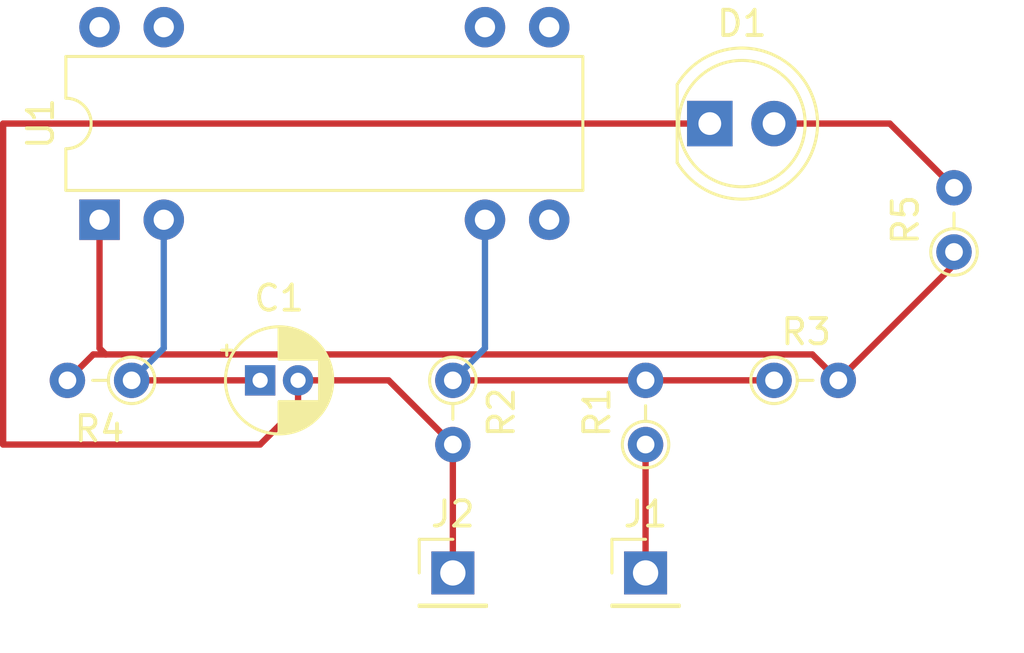
<source format=kicad_pcb>
(kicad_pcb (version 20211014) (generator pcbnew)
  (layers (0 "F.Cu" signal) (31 "B.Cu" signal) (34 "B.Paste" user) (35 "F.Paste" user) (36 "B.SilkS" user "B.Silkscreen") (37 "F.SilkS" user "F.Silkscreen") (38 "B.Mask" user) (39 "F.Mask" user) (44 "Edge.Cuts" user))
  (net 0 "")
  (net 1 "Net-(C1-Pad1)")
  (net 2 "GND")
  (net 3 "Net-(D1-Pad2)")
  (net 4 "+5V")
  (net 5 "Net-(R1-Pad2)")
  (net 6 "Net-(R3-Pad2)")
  (footprint "Connector_PinHeader_2.54mm:PinHeader_1x01_P2.54mm_Vertical" (layer "F.Cu") (at 137.16 81.28)
    (fp_text reference "J2" (at 0 -2.33) (layer "F.SilkS"))
    (fp_text value "Conn_01x01_Male")
    (fp_line (start -1.33 1.27) (end -1.33 1.33) (layer "F.SilkS") (width 0.12))
    (fp_line (start 1.33 1.27) (end 1.33 1.33) (layer "F.SilkS") (width 0.12))
    (fp_line (start -1.33 1.33) (end 1.33 1.33) (layer "F.SilkS") (width 0.12))
    (fp_line (start -1.33 -1.33) (end 0 -1.33) (layer "F.SilkS") (width 0.12))
    (fp_line (start -1.33 0) (end -1.33 -1.33) (layer "F.SilkS") (width 0.12))
    (fp_line (start -1.33 1.27) (end 1.33 1.27) (layer "F.SilkS") (width 0.12))
    (pad "1" thru_hole rect (at 0 0) (size 1.7 1.7) (drill 1) (layers *.Cu *.Mask) (net 2 "GND"))
  )
  (footprint "Resistor_THT:R_Axial_DIN0204_L3.6mm_D1.6mm_P2.54mm_Vertical" (layer "F.Cu") (at 156.975199 68.58 90)
    (fp_text reference "R5" (at 1.27 -1.92 90) (layer "F.SilkS"))
    (fp_text value "220k")
    (fp_line (start 0.92 0) (end 1.54 0) (layer "F.SilkS") (width 0.12))
    (fp_circle (center 0 0) (end 0.92 0) (layer "F.SilkS") (width 0.12) (fill none))
    (pad "1" thru_hole circle (at 0 0 90) (size 1.4 1.4) (drill 0.7) (layers *.Cu *.Mask) (net 6 "Net-(R3-Pad2)"))
    (pad "2" thru_hole oval (at 2.54 0 90) (size 1.4 1.4) (drill 0.7) (layers *.Cu *.Mask) (net 3 "Net-(D1-Pad2)"))
  )
  (footprint "Package_DIP:DIP-8-16_W7.62mm" (layer "F.Cu") (at 123.19 67.305 90)
    (fp_text reference "U1" (at 3.81 -2.33 90) (layer "F.SilkS"))
    (fp_text value "LM358")
    (fp_line (start 1.16 -1.33) (end 1.16 19.11) (layer "F.SilkS") (width 0.12))
    (fp_line (start 6.46 -1.33) (end 4.81 -1.33) (layer "F.SilkS") (width 0.12))
    (fp_line (start 6.46 19.11) (end 6.46 -1.33) (layer "F.SilkS") (width 0.12))
    (fp_line (start 2.81 -1.33) (end 1.16 -1.33) (layer "F.SilkS") (width 0.12))
    (fp_line (start 1.16 19.11) (end 6.46 19.11) (layer "F.SilkS") (width 0.12))
    (fp_arc (start 4.81 -1.33) (mid 3.81 -0.33) (end 2.81 -1.33) (layer "F.SilkS") (width 0.12))
    (pad "1" thru_hole rect (at 0 0 90) (size 1.6 1.6) (drill 0.8) (layers *.Cu *.Mask) (net 6 "Net-(R3-Pad2)"))
    (pad "2" thru_hole circle (at 0 2.54 90) (size 1.6 1.6) (drill 0.8) (layers *.Cu *.Mask) (net 1 "Net-(C1-Pad1)"))
    (pad "3" thru_hole circle (at 0 15.24 90) (size 1.6 1.6) (drill 0.8) (layers *.Cu *.Mask) (net 5 "Net-(R1-Pad2)"))
    (pad "4" thru_hole circle (at 0 17.78 90) (size 1.6 1.6) (drill 0.8) (layers *.Cu *.Mask))
    (pad "5" thru_hole circle (at 7.62 17.78 90) (size 1.6 1.6) (drill 0.8) (layers *.Cu *.Mask))
    (pad "6" thru_hole circle (at 7.62 15.24 90) (size 1.6 1.6) (drill 0.8) (layers *.Cu *.Mask))
    (pad "7" thru_hole circle (at 7.62 2.54 90) (size 1.6 1.6) (drill 0.8) (layers *.Cu *.Mask))
    (pad "8" thru_hole circle (at 7.62 0 90) (size 1.6 1.6) (drill 0.8) (layers *.Cu *.Mask))
  )
  (footprint "LED_THT:LED_D5.0mm" (layer "F.Cu") (at 147.32 63.5)
    (fp_text reference "D1" (at 1.27 -3.96) (layer "F.SilkS"))
    (fp_text value "LED")
    (fp_line (start -1.29 -1.545) (end -1.29 1.545) (layer "F.SilkS") (width 0.12))
    (fp_arc (start -1.29 -1.54483) (mid 2.072002 -2.880433) (end 4.26 0.000462) (layer "F.SilkS") (width 0.12))
    (fp_arc (start 4.26 -0.000462) (mid 2.072002 2.880433) (end -1.29 1.54483) (layer "F.SilkS") (width 0.12))
    (fp_circle (center 1.27 0) (end 3.77 0) (layer "F.SilkS") (width 0.12) (fill none))
    (pad "1" thru_hole rect (at 0 0) (size 1.8 1.8) (drill 0.9) (layers *.Cu *.Mask) (net 2 "GND"))
    (pad "2" thru_hole circle (at 2.54 0) (size 1.8 1.8) (drill 0.9) (layers *.Cu *.Mask) (net 3 "Net-(D1-Pad2)"))
  )
  (footprint "Resistor_THT:R_Axial_DIN0204_L3.6mm_D1.6mm_P2.54mm_Vertical" (layer "F.Cu") (at 149.86 73.66)
    (fp_text reference "R3" (at 1.27 -1.92) (layer "F.SilkS"))
    (fp_text value "10k")
    (fp_line (start 0.92 0) (end 1.54 0) (layer "F.SilkS") (width 0.12))
    (fp_circle (center 0 0) (end 0.92 0) (layer "F.SilkS") (width 0.12) (fill none))
    (pad "1" thru_hole circle (at 0 0) (size 1.4 1.4) (drill 0.7) (layers *.Cu *.Mask) (net 5 "Net-(R1-Pad2)"))
    (pad "2" thru_hole oval (at 2.54 0) (size 1.4 1.4) (drill 0.7) (layers *.Cu *.Mask) (net 6 "Net-(R3-Pad2)"))
  )
  (footprint "Resistor_THT:R_Axial_DIN0204_L3.6mm_D1.6mm_P2.54mm_Vertical" (layer "F.Cu") (at 124.46 73.66 180)
    (fp_text reference "R4" (at 1.27 -1.92) (layer "F.SilkS"))
    (fp_text value "100k")
    (fp_line (start 0.92 0) (end 1.54 0) (layer "F.SilkS") (width 0.12))
    (fp_circle (center 0 0) (end 0.92 0) (layer "F.SilkS") (width 0.12) (fill none))
    (pad "1" thru_hole circle (at 0 0 180) (size 1.4 1.4) (drill 0.7) (layers *.Cu *.Mask) (net 1 "Net-(C1-Pad1)"))
    (pad "2" thru_hole oval (at 2.54 0 180) (size 1.4 1.4) (drill 0.7) (layers *.Cu *.Mask) (net 6 "Net-(R3-Pad2)"))
  )
  (footprint "Resistor_THT:R_Axial_DIN0204_L3.6mm_D1.6mm_P2.54mm_Vertical" (layer "F.Cu") (at 144.78 76.2 90)
    (fp_text reference "R1" (at 1.27 -1.92 90) (layer "F.SilkS"))
    (fp_text value "10k")
    (fp_line (start 0.92 0) (end 1.54 0) (layer "F.SilkS") (width 0.12))
    (fp_circle (center 0 0) (end 0.92 0) (layer "F.SilkS") (width 0.12) (fill none))
    (pad "1" thru_hole circle (at 0 0 90) (size 1.4 1.4) (drill 0.7) (layers *.Cu *.Mask) (net 4 "+5V"))
    (pad "2" thru_hole oval (at 2.54 0 90) (size 1.4 1.4) (drill 0.7) (layers *.Cu *.Mask) (net 5 "Net-(R1-Pad2)"))
  )
  (footprint "Capacitor_THT:CP_Radial_D4.0mm_P1.50mm" (layer "F.Cu") (at 129.54 73.66)
    (fp_text reference "C1" (at 0.75 -3.25) (layer "F.SilkS"))
    (fp_text value "C_Polarized_US")
    (fp_line (start 1.511 0.84) (end 1.511 1.94) (layer "F.SilkS") (width 0.12))
    (fp_line (start 2.191 -1.516) (end 2.191 -0.84) (layer "F.SilkS") (width 0.12))
    (fp_line (start 2.751 -0.664) (end 2.751 0.664) (layer "F.SilkS") (width 0.12))
    (fp_line (start 1.27 -2.016) (end 1.27 -0.84) (layer "F.SilkS") (width 0.12))
    (fp_line (start 2.311 -1.396) (end 2.311 -0.84) (layer "F.SilkS") (width 0.12))
    (fp_line (start 2.791 -0.537) (end 2.791 0.537) (layer "F.SilkS") (width 0.12))
    (fp_line (start 0.99 0.84) (end 0.99 2.067) (layer "F.SilkS") (width 0.12))
    (fp_line (start 0.79 -2.08) (end 0.79 -0.84) (layer "F.SilkS") (width 0.12))
    (fp_line (start 1.35 -1.994) (end 1.35 -0.84) (layer "F.SilkS") (width 0.12))
    (fp_line (start 2.111 0.84) (end 2.111 1.587) (layer "F.SilkS") (width 0.12))
    (fp_line (start 1.751 0.84) (end 1.751 1.83) (layer "F.SilkS") (width 0.12))
    (fp_line (start 2.311 0.84) (end 2.311 1.396) (layer "F.SilkS") (width 0.12))
    (fp_line (start 1.19 -2.034) (end 1.19 -0.84) (layer "F.SilkS") (width 0.12))
    (fp_line (start 1.31 0.84) (end 1.31 2.005) (layer "F.SilkS") (width 0.12))
    (fp_line (start 0.79 0.84) (end 0.79 2.08) (layer "F.SilkS") (width 0.12))
    (fp_line (start 1.551 -1.924) (end 1.551 -0.84) (layer "F.SilkS") (width 0.12))
    (fp_line (start 1.39 0.84) (end 1.39 1.982) (layer "F.SilkS") (width 0.12))
    (fp_line (start 1.19 0.84) (end 1.19 2.034) (layer "F.SilkS") (width 0.12))
    (fp_line (start 2.151 0.84) (end 2.151 1.552) (layer "F.SilkS") (width 0.12))
    (fp_line (start 0.99 -2.067) (end 0.99 -0.84) (layer "F.SilkS") (width 0.12))
    (fp_line (start 2.831 -0.37) (end 2.831 0.37) (layer "F.SilkS") (width 0.12))
    (fp_line (start 0.75 0.84) (end 0.75 2.08) (layer "F.SilkS") (width 0.12))
    (fp_line (start 2.551 -1.08) (end 2.551 1.08) (layer "F.SilkS") (width 0.12))
    (fp_line (start 2.271 0.84) (end 2.271 1.438) (layer "F.SilkS") (width 0.12))
    (fp_line (start 2.631 -0.94) (end 2.631 0.94) (layer "F.SilkS") (width 0.12))
    (fp_line (start 1.591 -1.907) (end 1.591 -0.84) (layer "F.SilkS") (width 0.12))
    (fp_line (start 1.991 0.84) (end 1.991 1.68) (layer "F.SilkS") (width 0.12))
    (fp_line (start 1.35 0.84) (end 1.35 1.994) (layer "F.SilkS") (width 0.12))
    (fp_line (start 0.91 0.84) (end 0.91 2.074) (layer "F.SilkS") (width 0.12))
    (fp_line (start 2.711 -0.768) (end 2.711 0.768) (layer "F.SilkS") (width 0.12))
    (fp_line (start 1.11 0.84) (end 1.11 2.05) (layer "F.SilkS") (width 0.12))
    (fp_line (start 1.591 0.84) (end 1.591 1.907) (layer "F.SilkS") (width 0.12))
    (fp_line (start 2.431 -1.254) (end 2.431 1.254) (layer "F.SilkS") (width 0.12))
    (fp_line (start 2.511 -1.142) (end 2.511 1.142) (layer "F.SilkS") (width 0.12))
    (fp_line (start 2.591 -1.013) (end 2.591 1.013) (layer "F.SilkS") (width 0.12))
    (fp_line (start 2.231 0.84) (end 2.231 1.478) (layer "F.SilkS") (width 0.12))
    (fp_line (start 1.951 -1.708) (end 1.951 -0.84) (layer "F.SilkS") (width 0.12))
    (fp_line (start 2.391 -1.304) (end 2.391 1.304) (layer "F.SilkS") (width 0.12))
    (fp_line (start 2.231 -1.478) (end 2.231 -0.84) (layer "F.SilkS") (width 0.12))
    (fp_line (start 2.031 -1.65) (end 2.031 -0.84) (layer "F.SilkS") (width 0.12))
    (fp_line (start 1.39 -1.982) (end 1.39 -0.84) (layer "F.SilkS") (width 0.12))
    (fp_line (start 1.991 -1.68) (end 1.991 -0.84) (layer "F.SilkS") (width 0.12))
    (fp_line (start -1.319801 -1.395) (end -1.319801 -0.995) (layer "F.SilkS") (width 0.12))
    (fp_line (start 0.95 -2.071) (end 0.95 -0.84) (layer "F.SilkS") (width 0.12))
    (fp_line (start 0.83 -2.079) (end 0.83 -0.84) (layer "F.SilkS") (width 0.12))
    (fp_line (start 1.15 0.84) (end 1.15 2.042) (layer "F.SilkS") (width 0.12))
    (fp_line (start 0.75 -2.08) (end 0.75 -0.84) (layer "F.SilkS") (width 0.12))
    (fp_line (start 1.791 -1.808) (end 1.791 -0.84) (layer "F.SilkS") (width 0.12))
    (fp_line (start 1.911 -1.735) (end 1.911 -0.84) (layer "F.SilkS") (width 0.12))
    (fp_line (start 1.831 0.84) (end 1.831 1.785) (layer "F.SilkS") (width 0.12))
    (fp_line (start 0.87 0.84) (end 0.87 2.077) (layer "F.SilkS") (width 0.12))
    (fp_line (start 1.43 -1.968) (end 1.43 -0.84) (layer "F.SilkS") (width 0.12))
    (fp_line (start 1.23 -2.025) (end 1.23 -0.84) (layer "F.SilkS") (width 0.12))
    (fp_line (start 1.711 0.84) (end 1.711 1.851) (layer "F.SilkS") (width 0.12))
    (fp_line (start 1.43 0.84) (end 1.43 1.968) (layer "F.SilkS") (width 0.12))
    (fp_line (start -1.519801 -1.195) (end -1.119801 -1.195) (layer "F.SilkS") (width 0.12))
    (fp_line (start 1.711 -1.851) (end 1.711 -0.84) (layer "F.SilkS") (width 0.12))
    (fp_line (start 1.07 -2.056) (end 1.07 -0.84) (layer "F.SilkS") (width 0.12))
    (fp_line (start 2.111 -1.587) (end 2.111 -0.84) (layer "F.SilkS") (width 0.12))
    (fp_line (start 1.27 0.84) (end 1.27 2.016) (layer "F.SilkS") (width 0.12))
    (fp_line (start 2.071 0.84) (end 2.071 1.619) (layer "F.SilkS") (width 0.12))
    (fp_line (start 0.87 -2.077) (end 0.87 -0.84) (layer "F.SilkS") (width 0.12))
    (fp_line (start 2.671 -0.859) (end 2.671 0.859) (layer "F.SilkS") (width 0.12))
    (fp_line (start 1.791 0.84) (end 1.791 1.808) (layer "F.SilkS") (width 0.12))
    (fp_line (start 1.07 0.84) (end 1.07 2.056) (layer "F.SilkS") (width 0.12))
    (fp_line (start 1.631 0.84) (end 1.631 1.889) (layer "F.SilkS") (width 0.12))
    (fp_line (start 1.31 -2.005) (end 1.31 -0.84) (layer "F.SilkS") (width 0.12))
    (fp_line (start 2.351 -1.351) (end 2.351 1.351) (layer "F.SilkS") (width 0.12))
    (fp_line (start 0.83 0.84) (end 0.83 2.079) (layer "F.SilkS") (width 0.12))
    (fp_line (start 1.11 -2.05) (end 1.11 -0.84) (layer "F.SilkS") (width 0.12))
    (fp_line (start 1.671 0.84) (end 1.671 1.87) (layer "F.SilkS") (width 0.12))
    (fp_line (start 1.23 0.84) (end 1.23 2.025) (layer "F.SilkS") (width 0.12))
    (fp_line (start 1.871 0.84) (end 1.871 1.76) (layer "F.SilkS") (width 0.12))
    (fp_line (start 1.951 0.84) (end 1.951 1.708) (layer "F.SilkS") (width 0.12))
    (fp_line (start 2.151 -1.552) (end 2.151 -0.84) (layer "F.SilkS") (width 0.12))
    (fp_line (start 1.631 -1.889) (end 1.631 -0.84) (layer "F.SilkS") (width 0.12))
    (fp_line (start 2.471 -1.2) (end 2.471 1.2) (layer "F.SilkS") (width 0.12))
    (fp_line (start 1.671 -1.87) (end 1.671 -0.84) (layer "F.SilkS") (width 0.12))
    (fp_line (start 1.15 -2.042) (end 1.15 -0.84) (layer "F.SilkS") (width 0.12))
    (fp_line (start 1.471 -1.954) (end 1.471 -0.84) (layer "F.SilkS") (width 0.12))
    (fp_line (start 1.871 -1.76) (end 1.871 -0.84) (layer "F.SilkS") (width 0.12))
    (fp_line (start 2.031 0.84) (end 2.031 1.65) (layer "F.SilkS") (width 0.12))
    (fp_line (start 1.831 -1.785) (end 1.831 -0.84) (layer "F.SilkS") (width 0.12))
    (fp_line (start 1.03 -2.062) (end 1.03 -0.84) (layer "F.SilkS") (width 0.12))
    (fp_line (start 2.071 -1.619) (end 2.071 -0.84) (layer "F.SilkS") (width 0.12))
    (fp_line (start 1.551 0.84) (end 1.551 1.924) (layer "F.SilkS") (width 0.12))
    (fp_line (start 1.911 0.84) (end 1.911 1.735) (layer "F.SilkS") (width 0.12))
    (fp_line (start 1.751 -1.83) (end 1.751 -0.84) (layer "F.SilkS") (width 0.12))
    (fp_line (start 1.511 -1.94) (end 1.511 -0.84) (layer "F.SilkS") (width 0.12))
    (fp_line (start 0.91 -2.074) (end 0.91 -0.84) (layer "F.SilkS") (width 0.12))
    (fp_line (start 2.271 -1.438) (end 2.271 -0.84) (layer "F.SilkS") (width 0.12))
    (fp_line (start 2.191 0.84) (end 2.191 1.516) (layer "F.SilkS") (width 0.12))
    (fp_line (start 1.03 0.84) (end 1.03 2.062) (layer "F.SilkS") (width 0.12))
    (fp_line (start 1.471 0.84) (end 1.471 1.954) (layer "F.SilkS") (width 0.12))
    (fp_line (start 0.95 0.84) (end 0.95 2.071) (layer "F.SilkS") (width 0.12))
    (fp_circle (center 0.75 0) (end 2.87 0) (layer "F.SilkS") (width 0.12) (fill none))
    (pad "1" thru_hole rect (at 0 0) (size 1.2 1.2) (drill 0.6) (layers *.Cu *.Mask) (net 1 "Net-(C1-Pad1)"))
    (pad "2" thru_hole circle (at 1.5 0) (size 1.2 1.2) (drill 0.6) (layers *.Cu *.Mask) (net 2 "GND"))
  )
  (footprint "Resistor_THT:R_Axial_DIN0204_L3.6mm_D1.6mm_P2.54mm_Vertical" (layer "F.Cu") (at 137.16 73.66 -90)
    (fp_text reference "R2" (at 1.27 -1.92 90) (layer "F.SilkS"))
    (fp_text value "10k")
    (fp_line (start 0.92 0) (end 1.54 0) (layer "F.SilkS") (width 0.12))
    (fp_circle (center 0 0) (end 0.92 0) (layer "F.SilkS") (width 0.12) (fill none))
    (pad "1" thru_hole circle (at 0 0 270) (size 1.4 1.4) (drill 0.7) (layers *.Cu *.Mask) (net 5 "Net-(R1-Pad2)"))
    (pad "2" thru_hole oval (at 2.54 0 270) (size 1.4 1.4) (drill 0.7) (layers *.Cu *.Mask) (net 2 "GND"))
  )
  (footprint "Connector_PinHeader_2.54mm:PinHeader_1x01_P2.54mm_Vertical" (layer "F.Cu") (at 144.78 81.28)
    (fp_text reference "J1" (at 0 -2.33) (layer "F.SilkS"))
    (fp_text value "Conn_01x01_Male")
    (fp_line (start -1.33 1.27) (end -1.33 1.33) (layer "F.SilkS") (width 0.12))
    (fp_line (start 1.33 1.27) (end 1.33 1.33) (layer "F.SilkS") (width 0.12))
    (fp_line (start -1.33 1.27) (end 1.33 1.27) (layer "F.SilkS") (width 0.12))
    (fp_line (start -1.33 -1.33) (end 0 -1.33) (layer "F.SilkS") (width 0.12))
    (fp_line (start -1.33 0) (end -1.33 -1.33) (layer "F.SilkS") (width 0.12))
    (fp_line (start -1.33 1.33) (end 1.33 1.33) (layer "F.SilkS") (width 0.12))
    (pad "1" thru_hole rect (at 0 0) (size 1.7 1.7) (drill 1) (layers *.Cu *.Mask) (net 4 "+5V"))
  )
  (segment (start 124.46 73.66) (end 129.54 73.66) (width 0.25) (layer "F.Cu") (net 1))
  (segment (start 125.73 72.39) (end 124.46 73.66) (width 0.25) (layer "B.Cu") (net 1))
  (segment (start 125.73 67.305) (end 125.73 72.39) (width 0.25) (layer "B.Cu") (net 1))
  (segment (start 131.04 74.7) (end 131.04 73.66) (width 0.25) (layer "F.Cu") (net 2))
  (segment (start 134.62 73.66) (end 137.16 76.2) (width 0.25) (layer "F.Cu") (net 2))
  (segment (start 119.38 76.2) (end 129.54 76.2) (width 0.25) (layer "F.Cu") (net 2))
  (segment (start 131.04 73.66) (end 134.62 73.66) (width 0.25) (layer "F.Cu") (net 2))
  (segment (start 137.16 76.2) (end 137.16 81.28) (width 0.25) (layer "F.Cu") (net 2))
  (segment (start 129.54 76.2) (end 131.04 74.7) (width 0.25) (layer "F.Cu") (net 2))
  (segment (start 147.32 63.5) (end 119.38 63.5) (width 0.25) (layer "F.Cu") (net 2))
  (segment (start 119.38 63.5) (end 119.38 76.2) (width 0.25) (layer "F.Cu") (net 2))
  (segment (start 156.975199 66.04) (end 154.435199 63.5) (width 0.25) (layer "F.Cu") (net 3))
  (segment (start 154.435199 63.5) (end 149.86 63.5) (width 0.25) (layer "F.Cu") (net 3))
  (segment (start 144.78 81.28) (end 144.78 76.2) (width 0.25) (layer "F.Cu") (net 4))
  (segment (start 144.78 73.66) (end 149.86 73.66) (width 0.25) (layer "F.Cu") (net 5))
  (segment (start 137.16 73.66) (end 144.78 73.66) (width 0.25) (layer "F.Cu") (net 5))
  (segment (start 138.43 67.305) (end 138.43 72.39) (width 0.25) (layer "B.Cu") (net 5))
  (segment (start 138.43 72.39) (end 137.16 73.66) (width 0.25) (layer "B.Cu") (net 5))
  (segment (start 122.945 72.635) (end 121.92 73.66) (width 0.25) (layer "F.Cu") (net 6))
  (segment (start 123.435 72.635) (end 122.945 72.635) (width 0.25) (layer "F.Cu") (net 6))
  (segment (start 123.19 67.305) (end 123.19 72.39) (width 0.25) (layer "F.Cu") (net 6))
  (segment (start 152.4 73.66) (end 151.375 72.635) (width 0.25) (layer "F.Cu") (net 6))
  (segment (start 123.19 72.39) (end 123.435 72.635) (width 0.25) (layer "F.Cu") (net 6))
  (segment (start 151.375 72.635) (end 123.435 72.635) (width 0.25) (layer "F.Cu") (net 6))
  (segment (start 152.4 73.66) (end 156.975199 69.084801) (width 0.25) (layer "F.Cu") (net 6))
  (segment (start 156.975199 69.084801) (end 156.975199 68.58) (width 0.25) (layer "F.Cu") (net 6))
)
</source>
